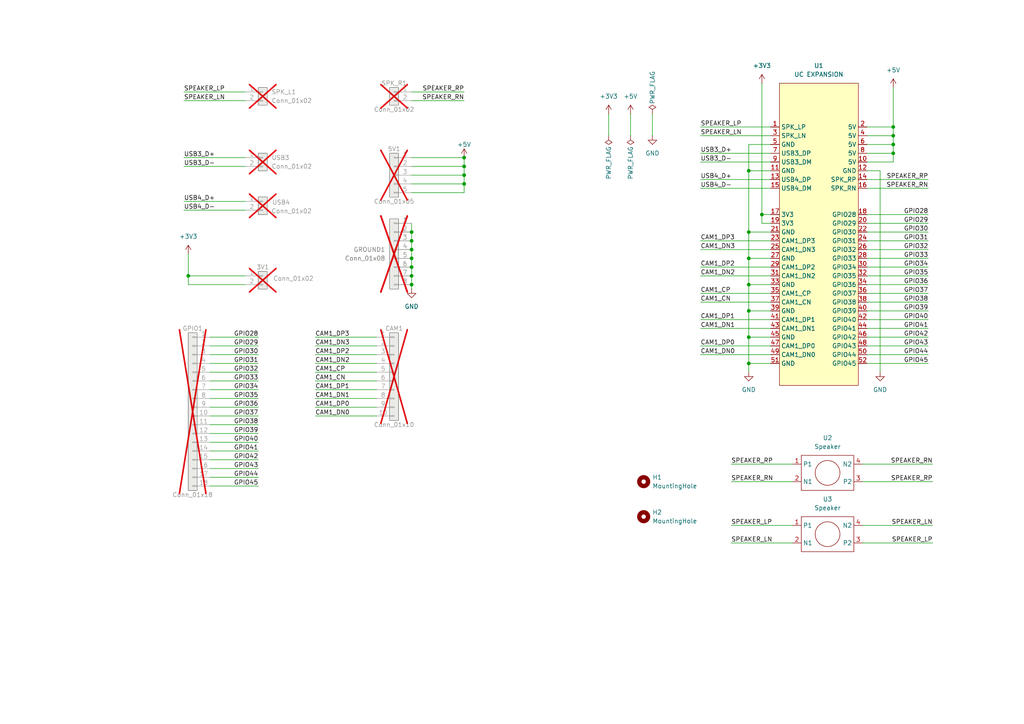
<source format=kicad_sch>
(kicad_sch (version 20231120) (generator "eeschema") (generator_version "8.0")
  (paper "A4")
  (title_block (title "uConsole expansion card template") (date "2024-07-10") (rev "0.1"))
  (lib_symbols
    (symbol "Connector_Generic:Conn_01x02" (pin_names (offset 1.016) hide)
      (property "Reference" "J" (at 0 2.54 0))
      (property "Value" "Conn_01x02" (at 0 -5.08 0))
      (symbol "Conn_01x02_1_1"
        (rectangle (start -1.27 -2.413) (end 0 -2.667) (stroke (width 0.1524)))
        (rectangle (start -1.27 0.127) (end 0 -0.127) (stroke (width 0.1524)))
        (rectangle (start -1.27 1.27) (end 1.27 -3.81) (stroke (width 0.254)) (fill (type background)))
        (pin passive line (at -5.08 0 0) (length 3.81) (name "Pin_1") (number "1"))
        (pin passive line (at -5.08 -2.54 0) (length 3.81) (name "Pin_2") (number "2"))
      )
    )
    (symbol "Connector_Generic:Conn_01x05" (pin_names (offset 1.016) hide)
      (property "Reference" "J" (at 0 7.62 0))
      (property "Value" "Conn_01x05" (at 0 -7.62 0))
      (symbol "Conn_01x05_1_1"
        (rectangle (start -1.27 -4.953) (end 0 -5.207) (stroke (width 0.1524)))
        (rectangle (start -1.27 -2.413) (end 0 -2.667) (stroke (width 0.1524)))
        (rectangle (start -1.27 0.127) (end 0 -0.127) (stroke (width 0.1524)))
        (rectangle (start -1.27 2.667) (end 0 2.413) (stroke (width 0.1524)))
        (rectangle (start -1.27 5.207) (end 0 4.953) (stroke (width 0.1524)))
        (rectangle (start -1.27 6.35) (end 1.27 -6.35) (stroke (width 0.254)) (fill (type background)))
        (pin passive line (at -5.08 5.08 0) (length 3.81) (name "Pin_1") (number "1"))
        (pin passive line (at -5.08 2.54 0) (length 3.81) (name "Pin_2") (number "2"))
        (pin passive line (at -5.08 0 0) (length 3.81) (name "Pin_3") (number "3"))
        (pin passive line (at -5.08 -2.54 0) (length 3.81) (name "Pin_4") (number "4"))
        (pin passive line (at -5.08 -5.08 0) (length 3.81) (name "Pin_5") (number "5"))
      )
    )
    (symbol "Connector_Generic:Conn_01x08" (pin_names (offset 1.016) hide)
      (property "Reference" "J" (at 0 10.16 0))
      (property "Value" "Conn_01x08" (at 0 -12.7 0))
      (symbol "Conn_01x08_1_1"
        (rectangle (start -1.27 -10.033) (end 0 -10.287) (stroke (width 0.1524)))
        (rectangle (start -1.27 -7.493) (end 0 -7.747) (stroke (width 0.1524)))
        (rectangle (start -1.27 -4.953) (end 0 -5.207) (stroke (width 0.1524)))
        (rectangle (start -1.27 -2.413) (end 0 -2.667) (stroke (width 0.1524)))
        (rectangle (start -1.27 0.127) (end 0 -0.127) (stroke (width 0.1524)))
        (rectangle (start -1.27 2.667) (end 0 2.413) (stroke (width 0.1524)))
        (rectangle (start -1.27 5.207) (end 0 4.953) (stroke (width 0.1524)))
        (rectangle (start -1.27 7.747) (end 0 7.493) (stroke (width 0.1524)))
        (rectangle (start -1.27 8.89) (end 1.27 -11.43) (stroke (width 0.254)) (fill (type background)))
        (pin passive line (at -5.08 7.62 0) (length 3.81) (name "Pin_1") (number "1"))
        (pin passive line (at -5.08 5.08 0) (length 3.81) (name "Pin_2") (number "2"))
        (pin passive line (at -5.08 2.54 0) (length 3.81) (name "Pin_3") (number "3"))
        (pin passive line (at -5.08 0 0) (length 3.81) (name "Pin_4") (number "4"))
        (pin passive line (at -5.08 -2.54 0) (length 3.81) (name "Pin_5") (number "5"))
        (pin passive line (at -5.08 -5.08 0) (length 3.81) (name "Pin_6") (number "6"))
        (pin passive line (at -5.08 -7.62 0) (length 3.81) (name "Pin_7") (number "7"))
        (pin passive line (at -5.08 -10.16 0) (length 3.81) (name "Pin_8") (number "8"))
      )
    )
    (symbol "Connector_Generic:Conn_01x10" (pin_names (offset 1.016) hide)
      (property "Reference" "J" (at 0 12.7 0))
      (property "Value" "Conn_01x10" (at 0 -15.24 0))
      (symbol "Conn_01x10_1_1"
        (rectangle (start -1.27 -12.573) (end 0 -12.827) (stroke (width 0.1524)))
        (rectangle (start -1.27 -10.033) (end 0 -10.287) (stroke (width 0.1524)))
        (rectangle (start -1.27 -7.493) (end 0 -7.747) (stroke (width 0.1524)))
        (rectangle (start -1.27 -4.953) (end 0 -5.207) (stroke (width 0.1524)))
        (rectangle (start -1.27 -2.413) (end 0 -2.667) (stroke (width 0.1524)))
        (rectangle (start -1.27 0.127) (end 0 -0.127) (stroke (width 0.1524)))
        (rectangle (start -1.27 2.667) (end 0 2.413) (stroke (width 0.1524)))
        (rectangle (start -1.27 5.207) (end 0 4.953) (stroke (width 0.1524)))
        (rectangle (start -1.27 7.747) (end 0 7.493) (stroke (width 0.1524)))
        (rectangle (start -1.27 10.287) (end 0 10.033) (stroke (width 0.1524)))
        (rectangle (start -1.27 11.43) (end 1.27 -13.97) (stroke (width 0.254)) (fill (type background)))
        (pin passive line (at -5.08 10.16 0) (length 3.81) (name "Pin_1") (number "1"))
        (pin passive line (at -5.08 -12.7 0) (length 3.81) (name "Pin_10") (number "10"))
        (pin passive line (at -5.08 7.62 0) (length 3.81) (name "Pin_2") (number "2"))
        (pin passive line (at -5.08 5.08 0) (length 3.81) (name "Pin_3") (number "3"))
        (pin passive line (at -5.08 2.54 0) (length 3.81) (name "Pin_4") (number "4"))
        (pin passive line (at -5.08 0 0) (length 3.81) (name "Pin_5") (number "5"))
        (pin passive line (at -5.08 -2.54 0) (length 3.81) (name "Pin_6") (number "6"))
        (pin passive line (at -5.08 -5.08 0) (length 3.81) (name "Pin_7") (number "7"))
        (pin passive line (at -5.08 -7.62 0) (length 3.81) (name "Pin_8") (number "8"))
        (pin passive line (at -5.08 -10.16 0) (length 3.81) (name "Pin_9") (number "9"))
      )
    )
    (symbol "Connector_Generic:Conn_01x18" (pin_names (offset 1.016) hide)
      (property "Reference" "J" (at 0 22.86 0))
      (property "Value" "Conn_01x18" (at 0 -25.4 0))
      (symbol "Conn_01x18_1_1"
        (rectangle (start -1.27 -22.733) (end 0 -22.987) (stroke (width 0.1524)))
        (rectangle (start -1.27 -20.193) (end 0 -20.447) (stroke (width 0.1524)))
        (rectangle (start -1.27 -17.653) (end 0 -17.907) (stroke (width 0.1524)))
        (rectangle (start -1.27 -15.113) (end 0 -15.367) (stroke (width 0.1524)))
        (rectangle (start -1.27 -12.573) (end 0 -12.827) (stroke (width 0.1524)))
        (rectangle (start -1.27 -10.033) (end 0 -10.287) (stroke (width 0.1524)))
        (rectangle (start -1.27 -7.493) (end 0 -7.747) (stroke (width 0.1524)))
        (rectangle (start -1.27 -4.953) (end 0 -5.207) (stroke (width 0.1524)))
        (rectangle (start -1.27 -2.413) (end 0 -2.667) (stroke (width 0.1524)))
        (rectangle (start -1.27 0.127) (end 0 -0.127) (stroke (width 0.1524)))
        (rectangle (start -1.27 2.667) (end 0 2.413) (stroke (width 0.1524)))
        (rectangle (start -1.27 5.207) (end 0 4.953) (stroke (width 0.1524)))
        (rectangle (start -1.27 7.747) (end 0 7.493) (stroke (width 0.1524)))
        (rectangle (start -1.27 10.287) (end 0 10.033) (stroke (width 0.1524)))
        (rectangle (start -1.27 12.827) (end 0 12.573) (stroke (width 0.1524)))
        (rectangle (start -1.27 15.367) (end 0 15.113) (stroke (width 0.1524)))
        (rectangle (start -1.27 17.907) (end 0 17.653) (stroke (width 0.1524)))
        (rectangle (start -1.27 20.447) (end 0 20.193) (stroke (width 0.1524)))
        (rectangle (start -1.27 21.59) (end 1.27 -24.13) (stroke (width 0.254)) (fill (type background)))
        (pin passive line (at -5.08 20.32 0) (length 3.81) (name "Pin_1") (number "1"))
        (pin passive line (at -5.08 -2.54 0) (length 3.81) (name "Pin_10") (number "10"))
        (pin passive line (at -5.08 -5.08 0) (length 3.81) (name "Pin_11") (number "11"))
        (pin passive line (at -5.08 -7.62 0) (length 3.81) (name "Pin_12") (number "12"))
        (pin passive line (at -5.08 -10.16 0) (length 3.81) (name "Pin_13") (number "13"))
        (pin passive line (at -5.08 -12.7 0) (length 3.81) (name "Pin_14") (number "14"))
        (pin passive line (at -5.08 -15.24 0) (length 3.81) (name "Pin_15") (number "15"))
        (pin passive line (at -5.08 -17.78 0) (length 3.81) (name "Pin_16") (number "16"))
        (pin passive line (at -5.08 -20.32 0) (length 3.81) (name "Pin_17") (number "17"))
        (pin passive line (at -5.08 -22.86 0) (length 3.81) (name "Pin_18") (number "18"))
        (pin passive line (at -5.08 17.78 0) (length 3.81) (name "Pin_2") (number "2"))
        (pin passive line (at -5.08 15.24 0) (length 3.81) (name "Pin_3") (number "3"))
        (pin passive line (at -5.08 12.7 0) (length 3.81) (name "Pin_4") (number "4"))
        (pin passive line (at -5.08 10.16 0) (length 3.81) (name "Pin_5") (number "5"))
        (pin passive line (at -5.08 7.62 0) (length 3.81) (name "Pin_6") (number "6"))
        (pin passive line (at -5.08 5.08 0) (length 3.81) (name "Pin_7") (number "7"))
        (pin passive line (at -5.08 2.54 0) (length 3.81) (name "Pin_8") (number "8"))
        (pin passive line (at -5.08 0 0) (length 3.81) (name "Pin_9") (number "9"))
      )
    )
    (symbol "Mechanical:MountingHole" (pin_names (offset 1.016)) (exclude_from_sim yes) (in_bom no)
      (property "Reference" "H" (at 0 5.08 0))
      (property "Value" "MountingHole" (at 0 3.175 0))
      (symbol "MountingHole_0_1"
        (circle (center 0 0) (radius 1.27) (stroke (width 1.27)))
      )
    )
    (symbol "power:+3V3" (power) (pin_numbers hide) (pin_names (offset 0) hide)
      (property "Value" "+3V3" (at 0 3.556 0))
      (symbol "+3V3_0_1"
        (polyline (pts (xy -0.762 1.27) (xy 0 2.54)))
        (polyline (pts (xy 0 0) (xy 0 2.54)))
        (polyline (pts (xy 0 2.54) (xy 0.762 1.27)))
      )
      (symbol "+3V3_1_1"
        (pin power_in line (at 0 0 90) (length 0) (name "~") (number "1"))
      )
    )
    (symbol "power:+5V" (power) (pin_numbers hide) (pin_names (offset 0) hide)
      (property "Value" "+5V" (at 0 3.556 0))
      (symbol "+5V_0_1"
        (polyline (pts (xy -0.762 1.27) (xy 0 2.54)))
        (polyline (pts (xy 0 0) (xy 0 2.54)))
        (polyline (pts (xy 0 2.54) (xy 0.762 1.27)))
      )
      (symbol "+5V_1_1"
        (pin power_in line (at 0 0 90) (length 0) (name "~") (number "1"))
      )
    )
    (symbol "power:GND" (power) (pin_numbers hide) (pin_names (offset 0) hide)
      (property "Value" "GND" (at 0 -3.81 0))
      (symbol "GND_0_1"
        (polyline (pts (xy 0 0) (xy 0 -1.27) (xy 1.27 -1.27) (xy 0 -2.54) (xy -1.27 -1.27) (xy 0 -1.27)))
      )
      (symbol "GND_1_1"
        (pin power_in line (at 0 0 270) (length 0) (name "~") (number "1"))
      )
    )
    (symbol "power:PWR_FLAG" (power) (pin_numbers hide) (pin_names (offset 0) hide)
      (property "Value" "PWR_FLAG" (at 0 3.81 0))
      (symbol "PWR_FLAG_0_0"
        (pin power_out line (at 0 0 90) (length 0) (name "~") (number "1"))
      )
      (symbol "PWR_FLAG_0_1"
        (polyline (pts (xy 0 0) (xy 0 1.27) (xy -1.016 1.905) (xy 0 2.54) (xy 1.016 1.905) (xy 0 1.27)))
      )
    )
    (symbol "uconsole:expansion_port_minipcie"
      (property "Reference" "U" (at 0 44.45 0))
      (property "Value" "UC EXPANSION" (at -3.81 -45.72 0))
      (symbol "expansion_port_minipcie_0_0"
        (pin output line (at -13.97 30.48 0) (length 2.54) (name "SPK_LP") (number "1"))
        (pin power_out line (at 13.97 20.32 180) (length 2.54) (name "5V") (number "10"))
        (pin power_out line (at -13.97 17.78 0) (length 2.54) (name "GND") (number "11"))
        (pin power_out line (at 13.97 17.78 180) (length 2.54) (name "GND") (number "12"))
        (pin bidirectional line (at -13.97 15.24 0) (length 2.54) (name "USB4_DP") (number "13"))
        (pin output line (at 13.97 15.24 180) (length 2.54) (name "SPK_RP") (number "14"))
        (pin bidirectional line (at -13.97 12.7 0) (length 2.54) (name "USB4_DM") (number "15"))
        (pin output line (at 13.97 12.7 180) (length 2.54) (name "SPK_RN") (number "16"))
        (pin power_out line (at -13.97 5.08 0) (length 2.54) (name "3V3") (number "17"))
        (pin bidirectional line (at 13.97 5.08 180) (length 2.54) (name "GPIO28") (number "18"))
        (pin power_out line (at -13.97 2.54 0) (length 2.54) (name "3V3") (number "19"))
        (pin power_out line (at 13.97 30.48 180) (length 2.54) (name "5V") (number "2"))
        (pin bidirectional line (at 13.97 2.54 180) (length 2.54) (name "GPIO29") (number "20"))
        (pin power_out line (at -13.97 0 0) (length 2.54) (name "GND") (number "21"))
        (pin bidirectional line (at 13.97 0 180) (length 2.54) (name "GPIO30") (number "22"))
        (pin bidirectional line (at -13.97 -2.54 0) (length 2.54) (name "CAM1_DP3") (number "23"))
        (pin bidirectional line (at 13.97 -2.54 180) (length 2.54) (name "GPIO31") (number "24"))
        (pin bidirectional line (at -13.97 -5.08 0) (length 2.54) (name "CAM1_DN3") (number "25"))
        (pin bidirectional line (at 13.97 -5.08 180) (length 2.54) (name "GPIO32") (number "26"))
        (pin power_out line (at -13.97 -7.62 0) (length 2.54) (name "GND") (number "27"))
        (pin bidirectional line (at 13.97 -7.62 180) (length 2.54) (name "GPIO33") (number "28"))
        (pin bidirectional line (at -13.97 -10.16 0) (length 2.54) (name "CAM1_DP2") (number "29"))
        (pin output line (at -13.97 27.94 0) (length 2.54) (name "SPK_LN") (number "3"))
        (pin bidirectional line (at 13.97 -10.16 180) (length 2.54) (name "GPIO34") (number "30"))
        (pin bidirectional line (at -13.97 -12.7 0) (length 2.54) (name "CAM1_DN2") (number "31"))
        (pin bidirectional line (at 13.97 -12.7 180) (length 2.54) (name "GPIO35") (number "32"))
        (pin power_out line (at -13.97 -15.24 0) (length 2.54) (name "GND") (number "33"))
        (pin bidirectional line (at 13.97 -15.24 180) (length 2.54) (name "GPIO36") (number "34"))
        (pin bidirectional line (at -13.97 -17.78 0) (length 2.54) (name "CAM1_CP") (number "35"))
        (pin bidirectional line (at 13.97 -17.78 180) (length 2.54) (name "GPIO37") (number "36"))
        (pin bidirectional line (at -13.97 -20.32 0) (length 2.54) (name "CAM1_CN") (number "37"))
        (pin bidirectional line (at 13.97 -20.32 180) (length 2.54) (name "GPIO38") (number "38"))
        (pin power_out line (at -13.97 -22.86 0) (length 2.54) (name "GND") (number "39"))
        (pin power_out line (at 13.97 27.94 180) (length 2.54) (name "5V") (number "4"))
        (pin bidirectional line (at 13.97 -22.86 180) (length 2.54) (name "GPIO39") (number "40"))
        (pin bidirectional line (at -13.97 -25.4 0) (length 2.54) (name "CAM1_DP1") (number "41"))
        (pin bidirectional line (at 13.97 -25.4 180) (length 2.54) (name "GPIO40") (number "42"))
        (pin bidirectional line (at -13.97 -27.94 0) (length 2.54) (name "CAM1_DN1") (number "43"))
        (pin bidirectional line (at 13.97 -27.94 180) (length 2.54) (name "GPIO41") (number "44"))
        (pin power_out line (at -13.97 -30.48 0) (length 2.54) (name "GND") (number "45"))
        (pin bidirectional line (at 13.97 -30.48 180) (length 2.54) (name "GPIO42") (number "46"))
        (pin bidirectional line (at -13.97 -33.02 0) (length 2.54) (name "CAM1_DP0") (number "47"))
        (pin bidirectional line (at 13.97 -33.02 180) (length 2.54) (name "GPIO43") (number "48"))
        (pin bidirectional line (at -13.97 -35.56 0) (length 2.54) (name "CAM1_DN0") (number "49"))
        (pin power_out line (at -13.97 25.4 0) (length 2.54) (name "GND") (number "5"))
        (pin bidirectional line (at 13.97 -35.56 180) (length 2.54) (name "GPIO44") (number "50"))
        (pin power_out line (at -13.97 -38.1 0) (length 2.54) (name "GND") (number "51"))
        (pin bidirectional line (at 13.97 -38.1 180) (length 2.54) (name "GPIO45") (number "52"))
        (pin power_out line (at 13.97 25.4 180) (length 2.54) (name "5V") (number "6"))
        (pin bidirectional line (at -13.97 22.86 0) (length 2.54) (name "USB3_DP") (number "7"))
        (pin power_out line (at 13.97 22.86 180) (length 2.54) (name "5V") (number "8"))
        (pin bidirectional line (at -13.97 20.32 0) (length 2.54) (name "USB3_DM") (number "9"))
      )
      (symbol "expansion_port_minipcie_1_1"
        (rectangle (start -11.43 43.18) (end 11.43 -44.45) (fill (type background)))
      )
    )
    (symbol "uconsole:uc_speaker"
      (property "Reference" "U" (at 0 -6.35 0))
      (property "Value" "Speaker" (at 0 6.35 0))
      (symbol "uc_speaker_0_1"
        (rectangle (start -7.62 5.08) (end 7.62 -5.08))
        (circle (center 0 0) (radius 3.5921))
      )
      (symbol "uc_speaker_1_1"
        (pin input line (at -10.16 2.54 0) (length 2.54) (name "P1") (number "1"))
        (pin input line (at -10.16 -2.54 0) (length 2.54) (name "N1") (number "2"))
        (pin input line (at 10.16 -2.54 180) (length 2.54) (name "P2") (number "3"))
        (pin input line (at 10.16 2.54 180) (length 2.54) (name "N2") (number "4"))
      )
    )
  )
  (junction (at 134.62 53.34))
  (junction (at 134.62 48.26))
  (junction (at 259.08 36.83))
  (junction (at 259.08 41.91))
  (junction (at 119.38 77.47))
  (junction (at 119.38 72.39))
  (junction (at 259.08 39.37))
  (junction (at 217.17 67.31))
  (junction (at 217.17 49.53))
  (junction (at 220.98 62.23))
  (junction (at 119.38 80.01))
  (junction (at 217.17 105.41))
  (junction (at 217.17 74.93))
  (junction (at 119.38 82.55))
  (junction (at 119.38 74.93))
  (junction (at 217.17 82.55))
  (junction (at 259.08 44.45))
  (junction (at 217.17 90.17))
  (junction (at 134.62 45.72))
  (junction (at 134.62 50.8))
  (junction (at 217.17 97.79))
  (junction (at 119.38 67.31))
  (junction (at 119.38 69.85))
  (junction (at 54.61 80.01))
  (wire (pts (xy 60.96 130.81) (xy 74.93 130.81)))
  (wire (pts (xy 203.2 102.87) (xy 223.52 102.87)))
  (wire (pts (xy 60.96 135.89) (xy 74.93 135.89)))
  (wire (pts (xy 217.17 90.17) (xy 217.17 97.79)))
  (wire (pts (xy 91.44 107.95) (xy 109.22 107.95)))
  (wire (pts (xy 220.98 24.13) (xy 220.98 62.23)))
  (wire (pts (xy 53.34 45.72) (xy 71.12 45.72)))
  (wire (pts (xy 60.96 110.49) (xy 74.93 110.49)))
  (wire (pts (xy 251.46 77.47) (xy 269.24 77.47)))
  (wire (pts (xy 251.46 90.17) (xy 269.24 90.17)))
  (wire (pts (xy 119.38 74.93) (xy 119.38 72.39)))
  (wire (pts (xy 203.2 69.85) (xy 223.52 69.85)))
  (wire (pts (xy 203.2 39.37) (xy 223.52 39.37)))
  (wire (pts (xy 53.34 29.21) (xy 71.12 29.21)))
  (wire (pts (xy 251.46 49.53) (xy 255.27 49.53)))
  (wire (pts (xy 217.17 74.93) (xy 223.52 74.93)))
  (wire (pts (xy 60.96 128.27) (xy 74.93 128.27)))
  (wire (pts (xy 203.2 77.47) (xy 223.52 77.47)))
  (wire (pts (xy 212.09 152.4) (xy 229.87 152.4)))
  (wire (pts (xy 119.38 83.82) (xy 119.38 82.55)))
  (wire (pts (xy 251.46 46.99) (xy 259.08 46.99)))
  (wire (pts (xy 91.44 105.41) (xy 109.22 105.41)))
  (wire (pts (xy 203.2 72.39) (xy 223.52 72.39)))
  (wire (pts (xy 251.46 97.79) (xy 269.24 97.79)))
  (wire (pts (xy 251.46 82.55) (xy 269.24 82.55)))
  (wire (pts (xy 259.08 25.4) (xy 259.08 36.83)))
  (wire (pts (xy 217.17 90.17) (xy 223.52 90.17)))
  (wire (pts (xy 119.38 50.8) (xy 134.62 50.8)))
  (wire (pts (xy 217.17 41.91) (xy 217.17 49.53)))
  (wire (pts (xy 217.17 49.53) (xy 223.52 49.53)))
  (wire (pts (xy 119.38 45.72) (xy 134.62 45.72)))
  (wire (pts (xy 91.44 115.57) (xy 109.22 115.57)))
  (wire (pts (xy 91.44 120.65) (xy 109.22 120.65)))
  (wire (pts (xy 203.2 36.83) (xy 223.52 36.83)))
  (wire (pts (xy 251.46 85.09) (xy 269.24 85.09)))
  (wire (pts (xy 251.46 95.25) (xy 269.24 95.25)))
  (wire (pts (xy 251.46 39.37) (xy 259.08 39.37)))
  (wire (pts (xy 71.12 80.01) (xy 54.61 80.01)))
  (wire (pts (xy 251.46 102.87) (xy 269.24 102.87)))
  (wire (pts (xy 53.34 26.67) (xy 71.12 26.67)))
  (wire (pts (xy 119.38 55.88) (xy 134.62 55.88)))
  (wire (pts (xy 251.46 67.31) (xy 269.24 67.31)))
  (wire (pts (xy 134.62 45.72) (xy 134.62 48.26)))
  (wire (pts (xy 60.96 107.95) (xy 74.93 107.95)))
  (wire (pts (xy 60.96 125.73) (xy 74.93 125.73)))
  (wire (pts (xy 217.17 67.31) (xy 217.17 74.93)))
  (wire (pts (xy 60.96 133.35) (xy 74.93 133.35)))
  (wire (pts (xy 134.62 26.67) (xy 119.38 26.67)))
  (wire (pts (xy 217.17 67.31) (xy 223.52 67.31)))
  (wire (pts (xy 91.44 110.49) (xy 109.22 110.49)))
  (wire (pts (xy 259.08 44.45) (xy 259.08 46.99)))
  (wire (pts (xy 270.51 152.4) (xy 250.19 152.4)))
  (wire (pts (xy 91.44 118.11) (xy 109.22 118.11)))
  (wire (pts (xy 53.34 48.26) (xy 71.12 48.26)))
  (wire (pts (xy 217.17 49.53) (xy 217.17 67.31)))
  (wire (pts (xy 212.09 157.48) (xy 229.87 157.48)))
  (wire (pts (xy 60.96 118.11) (xy 74.93 118.11)))
  (wire (pts (xy 217.17 41.91) (xy 223.52 41.91)))
  (wire (pts (xy 229.87 134.62) (xy 212.09 134.62)))
  (wire (pts (xy 251.46 54.61) (xy 269.24 54.61)))
  (wire (pts (xy 220.98 62.23) (xy 223.52 62.23)))
  (wire (pts (xy 119.38 67.31) (xy 119.38 69.85)))
  (wire (pts (xy 134.62 50.8) (xy 134.62 53.34)))
  (wire (pts (xy 119.38 69.85) (xy 119.38 72.39)))
  (wire (pts (xy 203.2 80.01) (xy 223.52 80.01)))
  (wire (pts (xy 220.98 64.77) (xy 223.52 64.77)))
  (wire (pts (xy 71.12 82.55) (xy 54.61 82.55)))
  (wire (pts (xy 60.96 105.41) (xy 74.93 105.41)))
  (wire (pts (xy 251.46 100.33) (xy 269.24 100.33)))
  (wire (pts (xy 251.46 64.77) (xy 269.24 64.77)))
  (wire (pts (xy 251.46 41.91) (xy 259.08 41.91)))
  (wire (pts (xy 91.44 113.03) (xy 109.22 113.03)))
  (wire (pts (xy 119.38 77.47) (xy 119.38 74.93)))
  (wire (pts (xy 119.38 80.01) (xy 119.38 82.55)))
  (wire (pts (xy 54.61 73.66) (xy 54.61 80.01)))
  (wire (pts (xy 60.96 113.03) (xy 74.93 113.03)))
  (wire (pts (xy 60.96 120.65) (xy 74.93 120.65)))
  (wire (pts (xy 203.2 46.99) (xy 223.52 46.99)))
  (wire (pts (xy 251.46 36.83) (xy 259.08 36.83)))
  (wire (pts (xy 251.46 80.01) (xy 269.24 80.01)))
  (wire (pts (xy 134.62 48.26) (xy 134.62 50.8)))
  (wire (pts (xy 134.62 29.21) (xy 119.38 29.21)))
  (wire (pts (xy 60.96 140.97) (xy 74.93 140.97)))
  (wire (pts (xy 217.17 97.79) (xy 217.17 105.41)))
  (wire (pts (xy 217.17 105.41) (xy 217.17 107.95)))
  (wire (pts (xy 60.96 115.57) (xy 74.93 115.57)))
  (wire (pts (xy 119.38 77.47) (xy 119.38 80.01)))
  (wire (pts (xy 203.2 92.71) (xy 223.52 92.71)))
  (wire (pts (xy 259.08 41.91) (xy 259.08 44.45)))
  (wire (pts (xy 60.96 123.19) (xy 74.93 123.19)))
  (wire (pts (xy 203.2 85.09) (xy 223.52 85.09)))
  (wire (pts (xy 251.46 72.39) (xy 269.24 72.39)))
  (wire (pts (xy 259.08 36.83) (xy 259.08 39.37)))
  (wire (pts (xy 251.46 105.41) (xy 269.24 105.41)))
  (wire (pts (xy 251.46 87.63) (xy 269.24 87.63)))
  (wire (pts (xy 217.17 74.93) (xy 217.17 82.55)))
  (wire (pts (xy 119.38 48.26) (xy 134.62 48.26)))
  (wire (pts (xy 251.46 52.07) (xy 269.24 52.07)))
  (wire (pts (xy 91.44 102.87) (xy 109.22 102.87)))
  (wire (pts (xy 203.2 44.45) (xy 223.52 44.45)))
  (wire (pts (xy 119.38 53.34) (xy 134.62 53.34)))
  (wire (pts (xy 91.44 97.79) (xy 109.22 97.79)))
  (wire (pts (xy 259.08 39.37) (xy 259.08 41.91)))
  (wire (pts (xy 119.38 64.77) (xy 119.38 67.31)))
  (wire (pts (xy 60.96 102.87) (xy 74.93 102.87)))
  (wire (pts (xy 53.34 60.96) (xy 71.12 60.96)))
  (wire (pts (xy 251.46 62.23) (xy 269.24 62.23)))
  (wire (pts (xy 217.17 97.79) (xy 223.52 97.79)))
  (wire (pts (xy 251.46 92.71) (xy 269.24 92.71)))
  (wire (pts (xy 251.46 74.93) (xy 269.24 74.93)))
  (wire (pts (xy 60.96 97.79) (xy 74.93 97.79)))
  (wire (pts (xy 60.96 100.33) (xy 74.93 100.33)))
  (wire (pts (xy 53.34 58.42) (xy 71.12 58.42)))
  (wire (pts (xy 60.96 138.43) (xy 74.93 138.43)))
  (wire (pts (xy 229.87 139.7) (xy 212.09 139.7)))
  (wire (pts (xy 220.98 62.23) (xy 220.98 64.77)))
  (wire (pts (xy 217.17 82.55) (xy 223.52 82.55)))
  (wire (pts (xy 270.51 134.62) (xy 250.19 134.62)))
  (wire (pts (xy 134.62 55.88) (xy 134.62 53.34)))
  (wire (pts (xy 251.46 69.85) (xy 269.24 69.85)))
  (wire (pts (xy 176.53 33.02) (xy 176.53 39.37)))
  (wire (pts (xy 182.88 33.02) (xy 182.88 39.37)))
  (wire (pts (xy 251.46 44.45) (xy 259.08 44.45)))
  (wire (pts (xy 270.51 139.7) (xy 250.19 139.7)))
  (wire (pts (xy 203.2 100.33) (xy 223.52 100.33)))
  (wire (pts (xy 91.44 100.33) (xy 109.22 100.33)))
  (wire (pts (xy 217.17 82.55) (xy 217.17 90.17)))
  (wire (pts (xy 255.27 49.53) (xy 255.27 107.95)))
  (wire (pts (xy 217.17 105.41) (xy 223.52 105.41)))
  (wire (pts (xy 189.23 33.02) (xy 189.23 39.37)))
  (wire (pts (xy 270.51 157.48) (xy 250.19 157.48)))
  (wire (pts (xy 203.2 52.07) (xy 223.52 52.07)))
  (wire (pts (xy 54.61 80.01) (xy 54.61 82.55)))
  (wire (pts (xy 203.2 87.63) (xy 223.52 87.63)))
  (wire (pts (xy 203.2 54.61) (xy 223.52 54.61)))
  (wire (pts (xy 203.2 95.25) (xy 223.52 95.25)))
  (label "GPIO34" (at 269.24 77.47 180))
  (label "GPIO45" (at 74.93 140.97 180))
  (label "GPIO38" (at 74.93 123.19 180))
  (label "CAM1_DN2" (at 91.44 105.41 0))
  (label "SPEAKER_RP" (at 134.62 26.67 180))
  (label "GPIO44" (at 74.93 138.43 180))
  (label "CAM1_DN3" (at 91.44 100.33 0))
  (label "USB4_D+" (at 53.34 58.42 0))
  (label "SPEAKER_LP" (at 203.2 36.83 0))
  (label "GPIO31" (at 269.24 69.85 180))
  (label "SPEAKER_LN" (at 203.2 39.37 0))
  (label "GPIO41" (at 74.93 130.81 180))
  (label "CAM1_CP" (at 91.44 107.95 0))
  (label "SPEAKER_LP" (at 212.09 152.4 0))
  (label "USB3_D+" (at 53.34 45.72 0))
  (label "GPIO41" (at 269.24 95.25 180))
  (label "CAM1_DP3" (at 203.2 69.85 0))
  (label "GPIO35" (at 74.93 115.57 180))
  (label "GPIO36" (at 269.24 82.55 180))
  (label "CAM1_CN" (at 91.44 110.49 0))
  (label "CAM1_DP0" (at 91.44 118.11 0))
  (label "CAM1_CN" (at 203.2 87.63 0))
  (label "USB4_D+" (at 203.2 52.07 0))
  (label "CAM1_DP1" (at 91.44 113.03 0))
  (label "CAM1_DP0" (at 203.2 100.33 0))
  (label "USB3_D-" (at 203.2 46.99 0))
  (label "GPIO39" (at 269.24 90.17 180))
  (label "GPIO38" (at 269.24 87.63 180))
  (label "SPEAKER_LN" (at 53.34 29.21 0))
  (label "GPIO35" (at 269.24 80.01 180))
  (label "CAM1_DN0" (at 203.2 102.87 0))
  (label "CAM1_DP1" (at 203.2 92.71 0))
  (label "CAM1_DP3" (at 91.44 97.79 0))
  (label "SPEAKER_RN" (at 212.09 139.7 0))
  (label "GPIO37" (at 74.93 120.65 180))
  (label "CAM1_DN2" (at 203.2 80.01 0))
  (label "GPIO32" (at 74.93 107.95 180))
  (label "GPIO33" (at 269.24 74.93 180))
  (label "SPEAKER_LP" (at 53.34 26.67 0))
  (label "SPEAKER_RN" (at 134.62 29.21 180))
  (label "GPIO34" (at 74.93 113.03 180))
  (label "GPIO40" (at 74.93 128.27 180))
  (label "USB3_D-" (at 53.34 48.26 0))
  (label "CAM1_DP2" (at 203.2 77.47 0))
  (label "CAM1_DN1" (at 91.44 115.57 0))
  (label "CAM1_DP2" (at 91.44 102.87 0))
  (label "GPIO30" (at 269.24 67.31 180))
  (label "USB4_D-" (at 203.2 54.61 0))
  (label "GPIO29" (at 269.24 64.77 180))
  (label "GPIO36" (at 74.93 118.11 180))
  (label "SPEAKER_LN" (at 212.09 157.48 0))
  (label "CAM1_DN0" (at 91.44 120.65 0))
  (label "CAM1_CP" (at 203.2 85.09 0))
  (label "GPIO40" (at 269.24 92.71 180))
  (label "GPIO28" (at 269.24 62.23 180))
  (label "GPIO42" (at 74.93 133.35 180))
  (label "SPEAKER_RP" (at 269.24 52.07 180))
  (label "GPIO43" (at 269.24 100.33 180))
  (label "GPIO43" (at 74.93 135.89 180))
  (label "GPIO31" (at 74.93 105.41 180))
  (label "USB3_D+" (at 203.2 44.45 0))
  (label "GPIO28" (at 74.93 97.79 180))
  (label "SPEAKER_RP" (at 212.09 134.62 0))
  (label "GPIO44" (at 269.24 102.87 180))
  (label "GPIO29" (at 74.93 100.33 180))
  (label "SPEAKER_RP" (at 270.51 139.7 180))
  (label "CAM1_DN1" (at 203.2 95.25 0))
  (label "GPIO39" (at 74.93 125.73 180))
  (label "SPEAKER_LN" (at 270.51 152.4 180))
  (label "GPIO33" (at 74.93 110.49 180))
  (label "SPEAKER_LP" (at 270.51 157.48 180))
  (label "GPIO45" (at 269.24 105.41 180))
  (label "GPIO32" (at 269.24 72.39 180))
  (label "GPIO37" (at 269.24 85.09 180))
  (label "GPIO42" (at 269.24 97.79 180))
  (label "GPIO30" (at 74.93 102.87 180))
  (label "SPEAKER_RN" (at 270.51 134.62 180))
  (label "USB4_D-" (at 53.34 60.96 0))
  (label "SPEAKER_RN" (at 269.24 54.61 180))
  (label "CAM1_DN3" (at 203.2 72.39 0))
  (symbol (lib_id "uconsole:uc_speaker") (at 240.03 137.16 0) (unit 1)
    (property "Reference" "U2" (at 240.03 127 0))
    (property "Value" "Speaker" (at 240.03 129.54 0))
    (property "Footprint" "uconsole:speaker pads" (effects (hide yes)))
  )
  (symbol (lib_id "power:+3V3") (at 54.61 73.66 0) (unit 1)
    (property "Reference" "#PWR01" (effects (hide yes)))
    (property "Value" "+3V3" (at 54.61 68.58 0))
    (property "Description" "Power symbol creates a global label with name \"+3V3\"" (effects (hide yes)))
  )
  (symbol (lib_id "Connector_Generic:Conn_01x05") (at 114.3 50.8 0) (mirror y) (unit 1) (dnp yes)
    (property "Reference" "5V1" (at 114.3 43.18 0))
    (property "Value" "Conn_01x05" (at 114.3 58.42 0))
    (property "Footprint" "Connector_PinHeader_1.27mm:PinHeader_1x05_P1.27mm_Vertical" (effects (hide yes)))
    (property "Description" "Generic connector, single row, 01x05, script generated (kicad-library-utils/schlib/autogen/connector/)" (effects (hide yes)))
  )
  (symbol (lib_id "Connector_Generic:Conn_01x02") (at 76.2 58.42 0) (unit 1) (dnp yes)
    (property "Reference" "USB4" (at 81.534 58.674 0))
    (property "Value" "Conn_01x02" (at 84.582 61.214 0))
    (property "Footprint" "Connector_PinHeader_1.27mm:PinHeader_1x02_P1.27mm_Horizontal" (effects (hide yes)))
    (property "Description" "Generic connector, single row, 01x02, script generated (kicad-library-utils/schlib/autogen/connector/)" (effects (hide yes)))
  )
  (symbol (lib_id "Mechanical:MountingHole") (at 186.69 149.86 0) (unit 1)
    (property "Reference" "H2" (at 189.23 148.59 0) (effects (justify left)))
    (property "Value" "MountingHole" (at 189.23 151.13 0) (effects (justify left)))
    (property "Footprint" "MountingHole:MountingHole_5mm" (effects (hide yes)))
  )
  (symbol (lib_id "Connector_Generic:Conn_01x02") (at 76.2 26.67 0) (unit 1) (dnp yes)
    (property "Reference" "SPK_L1" (at 78.74 26.6699 0) (effects (justify left)))
    (property "Value" "Conn_01x02" (at 78.74 29.2099 0) (effects (justify left)))
    (property "Footprint" "Connector_PinHeader_1.27mm:PinHeader_1x02_P1.27mm_Horizontal" (effects (hide yes)))
    (property "Description" "Generic connector, single row, 01x02, script generated (kicad-library-utils/schlib/autogen/connector/)" (effects (hide yes)))
  )
  (symbol (lib_id "power:GND") (at 119.38 83.82 0) (unit 1)
    (property "Reference" "#PWR02" (effects (hide yes)))
    (property "Value" "GND" (at 119.38 88.9 0))
    (property "Description" "Power symbol creates a global label with name \"GND\" , ground" (effects (hide yes)))
  )
  (symbol (lib_id "uconsole:expansion_port_minipcie") (at 237.49 67.31 0) (unit 1)
    (property "Reference" "U1" (at 237.49 19.05 0))
    (property "Value" "UC EXPANSION" (at 237.49 21.59 0))
    (property "Footprint" "uconsole:edge-minipcie" (effects (hide yes)))
  )
  (symbol (lib_id "power:+5V") (at 259.08 25.4 0) (unit 1)
    (property "Reference" "#PWR010" (effects (hide yes)))
    (property "Value" "+5V" (at 259.08 20.32 0))
    (property "Description" "Power symbol creates a global label with name \"+5V\"" (effects (hide yes)))
  )
  (symbol (lib_id "power:+5V") (at 182.88 33.02 0) (unit 1)
    (property "Reference" "#PWR05" (effects (hide yes)))
    (property "Value" "+5V" (at 182.88 27.94 0))
    (property "Description" "Power symbol creates a global label with name \"+5V\"" (effects (hide yes)))
  )
  (symbol (lib_id "Connector_Generic:Conn_01x08") (at 114.3 72.39 0) (mirror y) (unit 1) (dnp yes)
    (property "Reference" "GROUND1" (at 111.76 72.3899 0) (effects (justify left)))
    (property "Value" "Conn_01x08" (at 111.76 74.9299 0) (effects (justify left)))
    (property "Footprint" "Connector_PinHeader_1.27mm:PinHeader_1x08_P1.27mm_Vertical" (effects (hide yes)))
    (property "Description" "Generic connector, double row, 02x04, counter clockwise pin numbering scheme (similar to DIP package numbering), script generated (kicad-library-utils/schlib/autogen/connector/)" (effects (hide yes)))
  )
  (symbol (lib_id "power:GND") (at 217.17 107.95 0) (unit 1)
    (property "Reference" "#PWR07" (effects (hide yes)))
    (property "Value" "GND" (at 217.17 113.03 0))
    (property "Description" "Power symbol creates a global label with name \"GND\" , ground" (effects (hide yes)))
  )
  (symbol (lib_id "Connector_Generic:Conn_01x18") (at 55.88 118.11 0) (mirror y) (unit 1) (dnp yes)
    (property "Reference" "GPIO1" (at 55.88 95.25 0))
    (property "Value" "Conn_01x18" (at 55.88 143.51 0))
    (property "Footprint" "Connector_PinHeader_1.27mm:PinHeader_1x18_P1.27mm_Horizontal" (effects (hide yes)))
    (property "Description" "Generic connector, single row, 01x18, script generated (kicad-library-utils/schlib/autogen/connector/)" (effects (hide yes)))
  )
  (symbol (lib_id "power:PWR_FLAG") (at 176.53 39.37 180) (unit 1)
    (property "Reference" "#FLG01" (effects (hide yes)))
    (property "Value" "PWR_FLAG" (at 176.53 47.244 90))
    (property "Description" "Special symbol for telling ERC where power comes from" (effects (hide yes)))
  )
  (symbol (lib_id "power:+5V") (at 134.62 45.72 0) (unit 1)
    (property "Reference" "#PWR03" (effects (hide yes)))
    (property "Value" "+5V" (at 134.62 41.91 0))
    (property "Description" "Power symbol creates a global label with name \"+5V\"" (effects (hide yes)))
  )
  (symbol (lib_id "power:GND") (at 189.23 39.37 0) (unit 1)
    (property "Reference" "#PWR06" (effects (hide yes)))
    (property "Value" "GND" (at 189.23 44.45 0))
    (property "Description" "Power symbol creates a global label with name \"GND\" , ground" (effects (hide yes)))
  )
  (symbol (lib_id "power:PWR_FLAG") (at 182.88 39.37 180) (unit 1)
    (property "Reference" "#FLG02" (effects (hide yes)))
    (property "Value" "PWR_FLAG" (at 182.88 47.244 90))
    (property "Description" "Special symbol for telling ERC where power comes from" (effects (hide yes)))
  )
  (symbol (lib_id "Mechanical:MountingHole") (at 186.69 139.7 0) (unit 1)
    (property "Reference" "H1" (at 189.23 138.43 0) (effects (justify left)))
    (property "Value" "MountingHole" (at 189.23 140.97 0) (effects (justify left)))
    (property "Footprint" "MountingHole:MountingHole_5mm" (effects (hide yes)))
  )
  (symbol (lib_id "power:GND") (at 255.27 107.95 0) (unit 1)
    (property "Reference" "#PWR09" (effects (hide yes)))
    (property "Value" "GND" (at 255.27 113.03 0))
    (property "Description" "Power symbol creates a global label with name \"GND\" , ground" (effects (hide yes)))
  )
  (symbol (lib_id "power:+3V3") (at 220.98 24.13 0) (unit 1)
    (property "Reference" "#PWR08" (effects (hide yes)))
    (property "Value" "+3V3" (at 220.98 19.05 0))
    (property "Description" "Power symbol creates a global label with name \"+3V3\"" (effects (hide yes)))
  )
  (symbol (lib_id "Connector_Generic:Conn_01x02") (at 76.2 45.72 0) (unit 1) (dnp yes)
    (property "Reference" "USB3" (at 78.74 45.7199 0) (effects (justify left)))
    (property "Value" "Conn_01x02" (at 78.74 48.2599 0) (effects (justify left)))
    (property "Footprint" "Connector_PinHeader_1.27mm:PinHeader_1x02_P1.27mm_Horizontal" (effects (hide yes)))
    (property "Description" "Generic connector, single row, 01x02, script generated (kicad-library-utils/schlib/autogen/connector/)" (effects (hide yes)))
  )
  (symbol (lib_id "power:PWR_FLAG") (at 189.23 33.02 0) (unit 1)
    (property "Reference" "#FLG03" (effects (hide yes)))
    (property "Value" "PWR_FLAG" (at 189.23 25.4 90))
    (property "Description" "Special symbol for telling ERC where power comes from" (effects (hide yes)))
  )
  (symbol (lib_id "Connector_Generic:Conn_01x02") (at 76.2 80.01 0) (unit 1) (dnp yes)
    (property "Reference" "3V1" (at 76.2 77.47 0))
    (property "Value" "Conn_01x02" (at 85.09 80.772 0))
    (property "Footprint" "Connector_PinHeader_1.27mm:PinHeader_1x02_P1.27mm_Vertical" (effects (hide yes)))
    (property "Description" "Generic connector, single row, 01x02, script generated (kicad-library-utils/schlib/autogen/connector/)" (effects (hide yes)))
  )
  (symbol (lib_id "power:+3V3") (at 176.53 33.02 0) (unit 1)
    (property "Reference" "#PWR04" (effects (hide yes)))
    (property "Value" "+3V3" (at 176.53 27.94 0))
    (property "Description" "Power symbol creates a global label with name \"+3V3\"" (effects (hide yes)))
  )
  (symbol (lib_id "uconsole:uc_speaker") (at 240.03 154.94 0) (unit 1)
    (property "Reference" "U3" (at 240.03 144.78 0))
    (property "Value" "Speaker" (at 240.03 147.32 0))
    (property "Footprint" "uconsole:speaker pads" (effects (hide yes)))
  )
  (symbol (lib_id "Connector_Generic:Conn_01x02") (at 114.3 26.67 0) (mirror y) (unit 1) (dnp yes)
    (property "Reference" "SPK_R1" (at 114.3 24.13 0))
    (property "Value" "Conn_01x02" (at 114.3 31.75 0))
    (property "Footprint" "Connector_PinHeader_1.27mm:PinHeader_1x02_P1.27mm_Horizontal" (effects (hide yes)))
    (property "Description" "Generic connector, single row, 01x02, script generated (kicad-library-utils/schlib/autogen/connector/)" (effects (hide yes)))
  )
  (symbol (lib_id "Connector_Generic:Conn_01x10") (at 114.3 107.95 0) (unit 1) (dnp yes)
    (property "Reference" "CAM1" (at 114.3 95.25 0))
    (property "Value" "Conn_01x10" (at 114.3 123.19 0))
    (property "Footprint" "Connector_PinHeader_1.27mm:PinHeader_1x10_P1.27mm_Horizontal" (effects (hide yes)))
    (property "Description" "Generic connector, single row, 01x10, script generated (kicad-library-utils/schlib/autogen/connector/)" (effects (hide yes)))
  )
)
</source>
